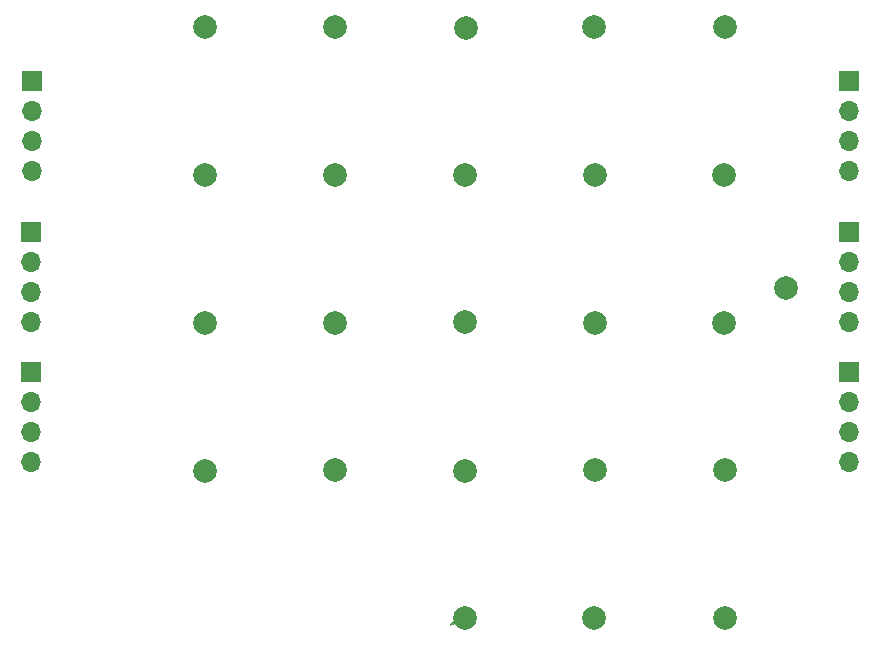
<source format=gbr>
%TF.GenerationSoftware,KiCad,Pcbnew,(5.1.10)-1*%
%TF.CreationDate,2022-01-16T13:18:33-05:00*%
%TF.ProjectId,top,746f702e-6b69-4636-9164-5f7063625858,rev?*%
%TF.SameCoordinates,Original*%
%TF.FileFunction,Soldermask,Top*%
%TF.FilePolarity,Negative*%
%FSLAX46Y46*%
G04 Gerber Fmt 4.6, Leading zero omitted, Abs format (unit mm)*
G04 Created by KiCad (PCBNEW (5.1.10)-1) date 2022-01-16 13:18:33*
%MOMM*%
%LPD*%
G01*
G04 APERTURE LIST*
%ADD10C,0.200000*%
%ADD11C,2.000000*%
%ADD12R,1.700000X1.700000*%
%ADD13O,1.700000X1.700000*%
G04 APERTURE END LIST*
D10*
X150073940Y-124113000D02*
G75*
G02*
X149823940Y-124363000I-250000J0D01*
G01*
D11*
%TO.C,J28*%
X151013940Y-86281600D03*
%TD*%
%TO.C,J25*%
X139990340Y-73759400D03*
%TD*%
%TO.C,J24*%
X129017540Y-86256200D03*
%TD*%
%TO.C,J23*%
X128992140Y-98778400D03*
%TD*%
%TO.C,J22*%
X139990340Y-111275200D03*
%TD*%
%TO.C,J21*%
X151013940Y-123746600D03*
%TD*%
%TO.C,J20*%
X161986740Y-123772000D03*
%TD*%
%TO.C,J19*%
X173010340Y-123772000D03*
%TD*%
%TO.C,J17*%
X173010340Y-73759400D03*
%TD*%
%TO.C,J16*%
X161986740Y-73734000D03*
%TD*%
%TO.C,J15*%
X128988000Y-111300600D03*
%TD*%
%TO.C,J14*%
X140015740Y-86256200D03*
%TD*%
%TO.C,J13*%
X162007060Y-86281600D03*
%TD*%
%TO.C,J12*%
X172984940Y-86281600D03*
%TD*%
%TO.C,J11*%
X139990340Y-98778400D03*
%TD*%
%TO.C,J10*%
X151013940Y-98727600D03*
%TD*%
%TO.C,J9*%
X162012140Y-98778400D03*
%TD*%
%TO.C,J8*%
X172984940Y-98791100D03*
%TD*%
%TO.C,J7*%
X151140940Y-73835600D03*
%TD*%
%TO.C,J6*%
X173010340Y-111249800D03*
%TD*%
%TO.C,J5*%
X162012140Y-111275200D03*
%TD*%
%TO.C,J4*%
X151012400Y-111300600D03*
%TD*%
D12*
%TO.C,J33*%
X114285540Y-102994800D03*
D13*
X114285540Y-105534800D03*
X114285540Y-108074800D03*
X114285540Y-110614800D03*
%TD*%
%TO.C,J32*%
X114336340Y-85900600D03*
X114336340Y-83360600D03*
X114336340Y-80820600D03*
D12*
X114336340Y-78280600D03*
%TD*%
%TO.C,J30*%
X183551340Y-78331400D03*
D13*
X183551340Y-80871400D03*
X183551340Y-83411400D03*
X183551340Y-85951400D03*
%TD*%
D12*
%TO.C,J29*%
X114310940Y-91107600D03*
D13*
X114310940Y-93647600D03*
X114310940Y-96187600D03*
X114310940Y-98727600D03*
%TD*%
%TO.C,J27*%
X183551340Y-98727600D03*
X183551340Y-96187600D03*
X183551340Y-93647600D03*
D12*
X183551340Y-91107600D03*
%TD*%
%TO.C,J26*%
X183551340Y-102969400D03*
D13*
X183551340Y-105509400D03*
X183551340Y-108049400D03*
X183551340Y-110589400D03*
%TD*%
D11*
%TO.C,J18*%
X129042940Y-73759400D03*
%TD*%
%TO.C,J31*%
X178217340Y-95806600D03*
%TD*%
M02*

</source>
